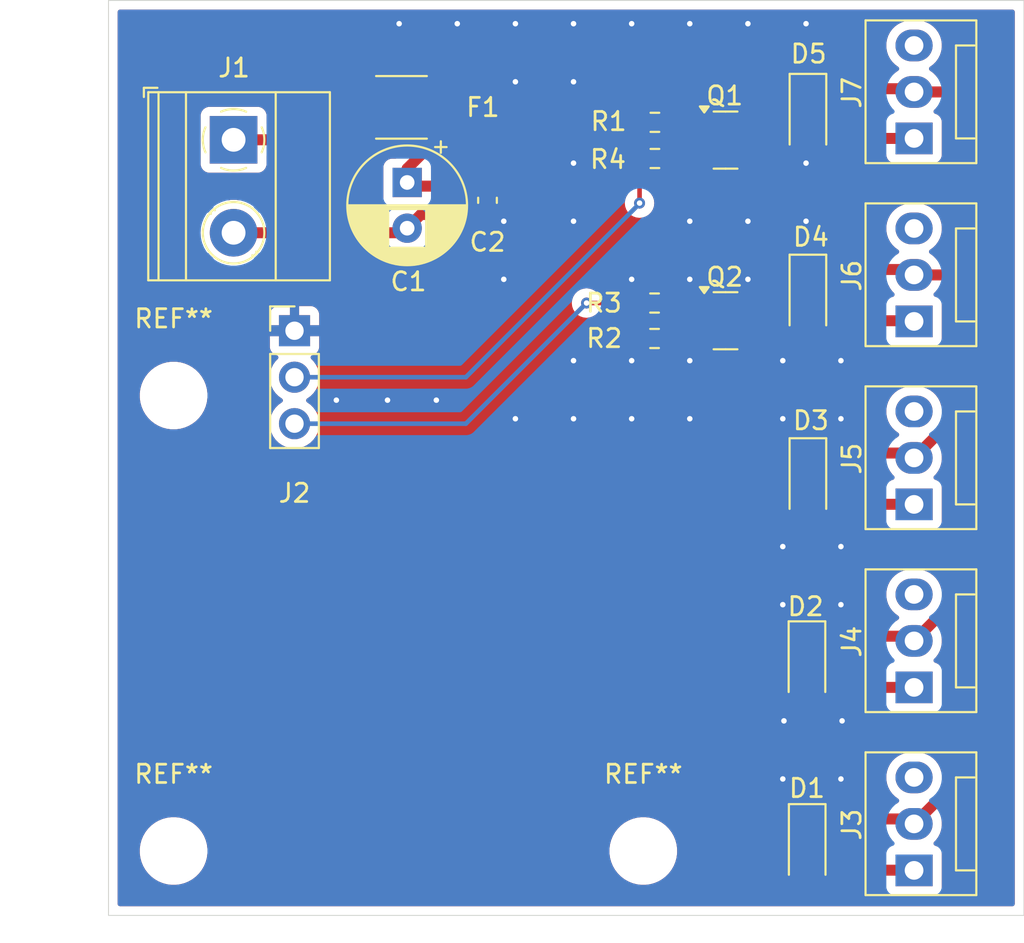
<source format=kicad_pcb>
(kicad_pcb
	(version 20240108)
	(generator "pcbnew")
	(generator_version "8.0")
	(general
		(thickness 1.6)
		(legacy_teardrops no)
	)
	(paper "A4")
	(layers
		(0 "F.Cu" signal)
		(31 "B.Cu" signal)
		(32 "B.Adhes" user "B.Adhesive")
		(33 "F.Adhes" user "F.Adhesive")
		(34 "B.Paste" user)
		(35 "F.Paste" user)
		(36 "B.SilkS" user "B.Silkscreen")
		(37 "F.SilkS" user "F.Silkscreen")
		(38 "B.Mask" user)
		(39 "F.Mask" user)
		(40 "Dwgs.User" user "User.Drawings")
		(41 "Cmts.User" user "User.Comments")
		(42 "Eco1.User" user "User.Eco1")
		(43 "Eco2.User" user "User.Eco2")
		(44 "Edge.Cuts" user)
		(45 "Margin" user)
		(46 "B.CrtYd" user "B.Courtyard")
		(47 "F.CrtYd" user "F.Courtyard")
		(48 "B.Fab" user)
		(49 "F.Fab" user)
		(50 "User.1" user)
		(51 "User.2" user)
		(52 "User.3" user)
		(53 "User.4" user)
		(54 "User.5" user)
		(55 "User.6" user)
		(56 "User.7" user)
		(57 "User.8" user)
		(58 "User.9" user)
	)
	(setup
		(pad_to_mask_clearance 0)
		(allow_soldermask_bridges_in_footprints no)
		(aux_axis_origin 150 50)
		(grid_origin 150 50)
		(pcbplotparams
			(layerselection 0x00010fc_ffffffff)
			(plot_on_all_layers_selection 0x0000000_00000000)
			(disableapertmacros no)
			(usegerberextensions yes)
			(usegerberattributes no)
			(usegerberadvancedattributes no)
			(creategerberjobfile no)
			(dashed_line_dash_ratio 12.000000)
			(dashed_line_gap_ratio 3.000000)
			(svgprecision 4)
			(plotframeref no)
			(viasonmask no)
			(mode 1)
			(useauxorigin no)
			(hpglpennumber 1)
			(hpglpenspeed 20)
			(hpglpendiameter 15.000000)
			(pdf_front_fp_property_popups yes)
			(pdf_back_fp_property_popups yes)
			(dxfpolygonmode yes)
			(dxfimperialunits yes)
			(dxfusepcbnewfont yes)
			(psnegative no)
			(psa4output no)
			(plotreference yes)
			(plotvalue no)
			(plotfptext yes)
			(plotinvisibletext no)
			(sketchpadsonfab no)
			(subtractmaskfromsilk yes)
			(outputformat 1)
			(mirror no)
			(drillshape 0)
			(scaleselection 1)
			(outputdirectory "/home/transcaffeine/git/transcaffeine/10-inch-rack-controller/fan-controller/gerber/")
		)
	)
	(net 0 "")
	(net 1 "FAN_GRP_1")
	(net 2 "GND")
	(net 3 "FAN_GRP_2")
	(net 4 "+12V")
	(net 5 "unconnected-(J3-Pin_3-Pad3)")
	(net 6 "unconnected-(J4-Pin_3-Pad3)")
	(net 7 "FAN_GRP_PWM_2")
	(net 8 "FAN_GRP_PWM_1")
	(net 9 "Net-(J1-Pin_1)")
	(net 10 "unconnected-(J5-Pin_3-Pad3)")
	(net 11 "unconnected-(J6-Pin_3-Pad3)")
	(net 12 "unconnected-(J7-Pin_3-Pad3)")
	(net 13 "Net-(Q1-G)")
	(net 14 "Net-(Q2-G)")
	(footprint "Resistor_SMD:R_0603_1608Metric" (layer "F.Cu") (at 179.845 56.66 180))
	(footprint "MountingHole:MountingHole_3.2mm_M3" (layer "F.Cu") (at 179.21 96.482))
	(footprint "Resistor_SMD:R_0603_1608Metric" (layer "F.Cu") (at 179.845 58.636))
	(footprint "TerminalBlock_Phoenix:TerminalBlock_Phoenix_MKDS-1,5-2-5.08_1x02_P5.08mm_Horizontal" (layer "F.Cu") (at 156.8324 57.615 -90))
	(footprint "Diode_SMD:D_SOD-123F" (layer "F.Cu") (at 188.2016 76.1336 -90))
	(footprint "Connector:FanPinHeader_1x03_P2.54mm_Vertical" (layer "F.Cu") (at 194 87.54 90))
	(footprint "Resistor_SMD:R_0603_1608Metric" (layer "F.Cu") (at 179.8262 68.4724 180))
	(footprint "Connector:FanPinHeader_1x03_P2.54mm_Vertical" (layer "F.Cu") (at 194 97.54 90))
	(footprint "Connector:FanPinHeader_1x03_P2.54mm_Vertical" (layer "F.Cu") (at 194 57.54 90))
	(footprint "Diode_SMD:D_SOD-123F" (layer "F.Cu") (at 188.1508 86.1412 -90))
	(footprint "Diode_SMD:D_SOD-123F" (layer "F.Cu") (at 188.204261 56.223 -90))
	(footprint "MountingHole:MountingHole_3.2mm_M3" (layer "F.Cu") (at 153.556 96.482))
	(footprint "Diode_SMD:D_SOD-123F" (layer "F.Cu") (at 188.2016 66.1036 -90))
	(footprint "Package_TO_SOT_SMD:SOT-23" (layer "F.Cu") (at 183.7022 67.5029))
	(footprint "Capacitor_SMD:C_0603_1608Metric" (layer "F.Cu") (at 170.701 60.922 -90))
	(footprint "Connector_PinHeader_2.54mm:PinHeader_1x03_P2.54mm_Vertical" (layer "F.Cu") (at 160.16 68.049))
	(footprint "Diode_SMD:D_SOD-123F" (layer "F.Cu") (at 188.1634 96.1294 -90))
	(footprint "Connector:FanPinHeader_1x03_P2.54mm_Vertical" (layer "F.Cu") (at 194 67.54 90))
	(footprint "MountingHole:MountingHole_3.2mm_M3" (layer "F.Cu") (at 153.556 71.59))
	(footprint "Package_TO_SOT_SMD:SOT-23" (layer "F.Cu") (at 183.7035 57.6313))
	(footprint "Fuse:Fuse_1812_4532Metric_Pad1.30x3.40mm_HandSolder" (layer "F.Cu") (at 166.002 55.842))
	(footprint "Connector:FanPinHeader_1x03_P2.54mm_Vertical" (layer "F.Cu") (at 194 77.54 90))
	(footprint "Capacitor_THT:CP_Radial_D6.3mm_P2.50mm" (layer "F.Cu") (at 166.313 59.946 -90))
	(footprint "Resistor_SMD:R_0603_1608Metric" (layer "F.Cu") (at 179.8262 66.5354))
	(gr_circle
		(center 156.7564 62.6746)
		(end 157.4422 61.8872)
		(stroke
			(width 0.2)
			(type default)
		)
		(fill none)
		(layer "F.Cu")
		(net 2)
		(uuid "77ceddb1-2af6-445f-a4d4-3bb33a799ca7")
	)
	(gr_rect
		(start 150 50)
		(end 200 100)
		(stroke
			(width 0.05)
			(type default)
		)
		(fill none)
		(layer "Edge.Cuts")
		(uuid "b101ec98-08b2-4d09-8cd2-f527f7bb6123")
	)
	(segment
		(start 188.2009 67.5029)
		(end 188.2016 67.5036)
		(width 0.6)
		(layer "F.Cu")
		(net 1)
		(uuid "1aa359de-e2e4-45b1-8292-a7309c3e8095")
	)
	(segment
		(start 184.6397 67.5029)
		(end 188.2009 67.5029)
		(width 0.6)
		(layer "F.Cu")
		(net 1)
		(uuid "1cb68272-aa98-4e1e-a091-9ad233e69138")
	)
	(segment
		(start 188.1634 97.5294)
		(end 193.9894 97.5294)
		(width 0.6)
		(layer "F.Cu")
		(net 1)
		(uuid "2c6bf4e0-826b-4973-8d5b-d4902e1249b2")
	)
	(segment
		(start 184.6397 75.3687)
		(end 186.8046 77.5336)
		(width 0.6)
		(layer "F.Cu")
		(net 1)
		(uuid "340c152f-2dfd-41ee-9bb7-637548bf46a9")
	)
	(segment
		(start 193.641 77.181)
		(end 194 77.54)
		(width 0.6)
		(layer "F.Cu")
		(net 1)
		(uuid "4c9ae962-0322-4cbe-9137-6f73539b109b")
	)
	(segment
		(start 193.9936 77.5336)
		(end 194 77.54)
		(width 0.6)
		(layer "F.Cu")
		(net 1)
		(uuid "516802db-cae6-4740-9bfd-4a19bc57c726")
	)
	(segment
		(start 186.8046 77.5336)
		(end 188.2016 77.5336)
		(width 0.6)
		(layer "F.Cu")
		(net 1)
		(uuid "75768f79-b5c2-4ef9-a8ef-f9cadacb4bb5")
	)
	(segment
		(start 184.6397 84.0301)
		(end 184.6397 75.3687)
		(width 0.6)
		(layer "F.Cu")
		(net 1)
		(uuid "7ca49ac2-3990-4fb8-afb3-fe3d5988fe35")
	)
	(segment
		(start 188.1508 87.5412)
		(end 184.6397 84.0301)
		(width 0.6)
		(layer "F.Cu")
		(net 1)
		(uuid "7fe09ab8-a5e6-4f9a-aa02-cea0fdd24b59")
	)
	(segment
		(start 193.928 87.468)
		(end 194 87.54)
		(width 0.6)
		(layer "F.Cu")
		(net 1)
		(uuid "863fa391-00a5-46fb-92fa-a1175bd20d9b")
	)
	(segment
		(start 184.6397 67.5029)
		(end 184.6397 75.3687)
		(width 0.6)
		(layer "F.Cu")
		(net 1)
		(uuid "8f8fe6db-a742-4508-a79b-e025889416d5")
	)
	(segment
		(start 184.6397 94.0057)
		(end 184.6397 84.0301)
		(width 0.6)
		(layer "F.Cu")
		(net 1)
		(uuid "9aad8ab0-0a7f-4774-b703-be8ceb8f46da")
	)
	(segment
		(start 188.1508 87.5412)
		(end 193.9988 87.5412)
		(width 0.6)
		(layer "F.Cu")
		(net 1)
		(uuid "b9902f86-c054-4fae-aa2a-6df5b0e3ae78")
	)
	(segment
		(start 188.2016 67.5036)
		(end 193.9636 67.5036)
		(width 0.6)
		(layer "F.Cu")
		(net 1)
		(uuid "bf5ceed6-d3e9-498c-89c7-a8cc753295cb")
	)
	(segment
		(start 193.658 97.882)
		(end 194 97.54)
		(width 0.6)
		(layer "F.Cu")
		(net 1)
		(uuid "c6e1e383-23e9-4c35-8df7-492ba6ce4f4f")
	)
	(segment
		(start 188.1478 87.5442)
		(end 188.1508 87.5412)
		(width 0.6)
		(layer "F.Cu")
		(net 1)
		(uuid "ca58bc15-0270-4cf8-b132-2df2bf61d163")
	)
	(segment
		(start 193.9894 97.5294)
		(end 194 97.54)
		(width 0.6)
		(layer "F.Cu")
		(net 1)
		(uuid "d9c00bf0-2007-4659-8b3d-b818841f1226")
	)
	(segment
		(start 188.2016 77.5336)
		(end 193.9936 77.5336)
		(width 0.6)
		(layer "F.Cu")
		(net 1)
		(uuid "e0146e12-6e97-4d39-8789-dcba85e1c229")
	)
	(segment
		(start 188.1634 97.5294)
		(end 184.6397 94.0057)
		(width 0.6)
		(layer "F.Cu")
		(net 1)
		(uuid "e45452f1-e852-491e-ba66-8327095649f8")
	)
	(segment
		(start 193.9636 67.5036)
		(end 194 67.54)
		(width 0.6)
		(layer "F.Cu")
		(net 1)
		(uuid "f6f44ad1-d346-481d-8dcf-7d6c63cbb977")
	)
	(segment
		(start 193.9988 87.5412)
		(end 194 87.54)
		(width 0.6)
		(layer "F.Cu")
		(net 1)
		(uuid "fb99b8fb-8181-40ad-bac0-539d9f2bda61")
	)
	(segment
		(start 182.766 58.5813)
		(end 182.766 59.652)
		(width 0.6)
		(layer "F.Cu")
		(net 2)
		(uuid "03b4706b-d5ab-4c2d-9705-653c592a7d70")
	)
	(segment
		(start 160.16 68.049)
		(end 162.827 68.049)
		(width 0.6)
		(layer "F.Cu")
		(net 2)
		(uuid "2a5ef107-cbcf-4c44-9c66-1f389ff7db2f")
	)
	(segment
		(start 170.701 61.697)
		(end 170.701 62.954)
		(width 0.6)
		(layer "F.Cu")
		(net 2)
		(uuid "587ab63c-44b8-469d-acef-c294647a6597")
	)
	(segment
		(start 170.701 61.697)
		(end 167.062 61.697)
		(width 0.6)
		(layer "F.Cu")
		(net 2)
		(uuid "5b027a7d-228e-4c69-b9c4-63dcd0d1d08f")
	)
	(segment
		(start 182.4982 68.6944)
		(end 182.7522 68.4404)
		(width 0.25)
		(layer "F.Cu")
		(net 2)
		(uuid "67f41888-a249-4e01-b2e3-d81c09f96c1e")
	)
	(segment
		(start 166.064 62.695)
		(end 166.313 62.446)
		(width 0.6)
		(layer "F.Cu")
		(net 2)
		(uuid "7e52986c-fb1c-49c5-b5c3-c410f8ee569b")
	)
	(segment
		(start 156.8324 62.695)
		(end 166.064 62.695)
		(width 0.6)
		(layer "F.Cu")
		(net 2)
		(uuid "8a06b2b8-7465-4f00-9a67-d96f8ac35fe5")
	)
	(segment
		(start 179.02 56.66)
		(end 177.62 56.66)
		(width 0.6)
		(layer "F.Cu")
		(net 2)
		(uuid "a941a10e-b6e5-4aef-9e35-c3d4b24b8c88")
	)
	(segment
		(start 182.7647 68.4529)
		(end 182.7647 69.5567)
		(width 0.6)
		(layer "F.Cu")
		(net 2)
		(uuid "b46f41b2-7b19-41e1-8db5-f95eb78c4e16")
	)
	(segment
		(start 167.062 61.697)
		(end 166.313 62.446)
		(width 0.6)
		(layer "F.Cu")
		(net 2)
		(uuid "e0a5536e-aee9-4235-94a0-b55c2877f8b5")
	)
	(segment
		(start 160.16 68.049)
		(end 157.239 68.049)
		(width 0.6)
		(layer "F.Cu")
		(net 2)
		(uuid "e82eae10-5e96-4837-8cb7-f069d66ee3fa")
	)
	(segment
		(start 182.7037 68.3919)
		(end 182.7522 68.4404)
		(width 0.25)
		(layer "F.Cu")
		(net 2)
		(uuid "f18562fd-16ab-4480-80a7-f19f2a74fc19")
	)
	(segment
		(start 170.701 61.697)
		(end 171.831 61.697)
		(width 0.6)
		(layer "F.Cu")
		(net 2)
		(uuid "f2198f78-215c-4033-b9a5-8ae3e684d944")
	)
	(segment
		(start 182.7647 69.5567)
		(end 182.766 69.558)
		(width 0.6)
		(layer "F.Cu")
		(net 2)
		(uuid "f9897ccb-985e-4c56-8c2e-190f3be18f56")
	)
	(segment
		(start 171.831 61.697)
		(end 171.844 61.684)
		(width 0.6)
		(layer "F.Cu")
		(net 2)
		(uuid "ff768596-c5b7-4c2e-b232-959b98e3adb3")
	)
	(via
		(at 178.575 69.685)
		(size 0.6)
		(drill 0.3)
		(layers "F.Cu" "B.Cu")
		(free yes)
		(net 2)
		(uuid "0191ed81-7add-4979-8922-b8b54fd3ca8a")
	)
	(via
		(at 165.875 51.27)
		(size 0.6)
		(drill 0.3)
		(layers "F.Cu" "B.Cu")
		(free yes)
		(net 2)
		(uuid "02d35591-57ae-4d4b-9050-fc0cf2e08ff1")
	)
	(via
		(at 178.575 72.86)
		(size 0.6)
		(drill 0.3)
		(layers "F.Cu" "B.Cu")
		(free yes)
		(net 2)
		(uuid "03846c35-449e-4fbc-ab7e-83e933b54134")
	)
	(via
		(at 190.005 69.685)
		(size 0.6)
		(drill 0.3)
		(layers "F.Cu" "B.Cu")
		(free yes)
		(net 2)
		(uuid "0885da50-2b74-4d9c-95b9-9fa09953e1a6")
	)
	(via
		(at 175.4 72.86)
		(size 0.6)
		(drill 0.3)
		(layers "F.Cu" "B.Cu")
		(free yes)
		(net 2)
		(uuid "14c4f45e-f5f6-4b17-adea-bc56174476e7")
	)
	(via
		(at 178.575 51.27)
		(size 0.6)
		(drill 0.3)
		(layers "F.Cu" "B.Cu")
		(free yes)
		(net 2)
		(uuid "158229cd-8ac6-417e-8360-8e442890a54e")
	)
	(via
		(at 186.83 79.845)
		(size 0.6)
		(drill 0.3)
		(layers "F.Cu" "B.Cu")
		(free yes)
		(net 2)
		(uuid "25c5ecac-ef88-47b4-aa38-c40079dc8946")
	)
	(via
		(at 186.83 83.02)
		(size 0.6)
		(drill 0.3)
		(layers "F.Cu" "B.Cu")
		(free yes)
		(net 2)
		(uuid "2ce91d48-51d7-496e-a8b9-b3e5ce567a04")
	)
	(via
		(at 184.925 65.24)
		(size 0.6)
		(drill 0.3)
		(layers "F.Cu" "B.Cu")
		(free yes)
		(net 2)
		(uuid "399c9f5d-0587-43e9-9dbe-a15ae041ae67")
	)
	(via
		(at 165.24 71.844)
		(size 0.6)
		(drill 0.3)
		(layers "F.Cu" "B.Cu")
		(free yes)
		(net 2)
		(uuid "3b5a1224-afa2-48c0-8b5c-a049925a17d6")
	)
	(via
		(at 172.225 54.445)
		(size 0.6)
		(drill 0.3)
		(layers "F.Cu" "B.Cu")
		(free yes)
		(net 2)
		(uuid "4895dea4-2660-42f0-a38a-56c4725d2681")
	)
	(via
		(at 190.005 79.845)
		(size 0.6)
		(drill 0.3)
		(layers "F.Cu" "B.Cu")
		(free yes)
		(net 2)
		(uuid "4988d8bc-63d8-435d-be06-314909d4ef7a")
	)
	(via
		(at 162.446 71.844)
		(size 0.6)
		(drill 0.3)
		(layers "F.Cu" "B.Cu")
		(free yes)
		(net 2)
		(uuid "4e369fe9-15b2-4e5b-a15d-978e11b33c77")
	)
	(via
		(at 190.005 92.545)
		(size 0.6)
		(drill 0.3)
		(layers "F.Cu" "B.Cu")
		(free yes)
		(net 2)
		(uuid "51e4d5ae-7b10-479a-9eb3-2e27f8745ef6")
	)
	(via
		(at 175.4 51.27)
		(size 0.6)
		(drill 0.3)
		(layers "F.Cu" "B.Cu")
		(free yes)
		(net 2)
		(uuid "5603f84d-0d6d-4f77-a8dd-57b4e072e6e5")
	)
	(via
		(at 167.907 71.844)
		(size 0.6)
		(drill 0.3)
		(layers "F.Cu" "B.Cu")
		(free yes)
		(net 2)
		(uuid "5e4cbda5-b375-47d8-b778-4e733c9b96b6")
	)
	(via
		(at 171.59 65.24)
		(size 0.6)
		(drill 0.3)
		(layers "F.Cu" "B.Cu")
		(free yes)
		(net 2)
		(uuid "61ce34d6-aef4-44d4-973c-a201dbf65fbe")
	)
	(via
		(at 181.75 65.24)
		(size 0.6)
		(drill 0.3)
		(layers "F.Cu" "B.Cu")
		(free yes)
		(net 2)
		(uuid "68732d7b-5e1e-4d0e-8e5e-25eb738b17f7")
	)
	(via
		(at 186.83 92.545)
		(size 0.6)
		(drill 0.3)
		(layers "F.Cu" "B.Cu")
		(free yes)
		(net 2)
		(uuid "7705e432-9c7f-4747-8f94-d906c5113f38")
	)
	(via
		(at 188.1 58.89)
		(size 0.6)
		(drill 0.3)
		(layers "F.Cu" "B.Cu")
		(free yes)
		(net 2)
		(uuid "7dbe1bac-8909-4cec-988c-10bc57ee3d7a")
	)
	(via
		(at 172.225 72.86)
		(size 0.6)
		(drill 0.3)
		(layers "F.Cu" "B.Cu")
		(free yes)
		(net 2)
		(uuid "81d8cbd5-78a9-407e-a4da-e4c5ddc32075")
	)
	(via
		(at 190.005 83.02)
		(size 0.6)
		(drill 0.3)
		(layers "F.Cu" "B.Cu")
		(free yes)
		(net 2)
		(uuid "8a723532-24cd-4234-b4da-6b3a70e69a28")
	)
	(via
		(at 181.75 62.065)
		(size 0.6)
		(drill 0.3)
		(layers "F.Cu" "B.Cu")
		(free yes)
		(net 2)
		(uuid "8c74bfce-748c-4352-84cf-63d1f571e302")
	)
	(via
		(at 188.1 62.065)
		(size 0.6)
		(drill 0.3)
		(layers "F.Cu" "B.Cu")
		(free yes)
		(net 2)
		(uuid "95c3900f-38e6-41c9-9fe3-447cd1730a03")
	)
	(via
		(at 184.925 62.065)
		(size 0.6)
		(drill 0.3)
		(layers "F.Cu" "B.Cu")
		(free yes)
		(net 2)
		(uuid "97e140d6-1786-4e6a-bdc9-6bbd06e38285")
	)
	(via
		(at 172.225 51.27)
		(size 0.6)
		(drill 0.3)
		(layers "F.Cu" "B.Cu")
		(free yes)
		(net 2)
		(uuid "a45ac628-98fc-4915-8466-ca29b68232ad")
	)
	(via
		(at 186.83 69.685)
		(size 0.6)
		(drill 0.3)
		(layers "F.Cu" "B.Cu")
		(free yes)
		(net 2)
		(uuid "a536f8dd-ea4d-4d0c-a812-6c5754aaa01f")
	)
	(via
		(at 184.925 51.27)
		(size 0.6)
		(drill 0.3)
		(layers "F.Cu" "B.Cu")
		(free yes)
		(net 2)
		(uuid "a6541a62-1168-41f4-9986-3b1e168a2127")
	)
	(via
		(at 181.75 69.685)
		(size 0.6)
		(drill 0.3)
		(layers "F.Cu" "B.Cu")
		(free yes)
		(net 2)
		(uuid "a6630af0-3ffe-4f37-a044-33cae3bc44c5")
	)
	(via
		(at 190.005 72.86)
		(size 0.6)
		(drill 0.3)
		(layers "F.Cu" "B.Cu")
		(free yes)
		(net 2)
		(uuid "bab4d4ca-5a51-47be-b9c7-7b6ccc66f53a")
	)
	(via
		(at 175.4 62.065)
		(size 0.6)
		(drill 0.3)
		(layers "F.Cu" "B.Cu")
		(free yes)
		(net 2)
		(uuid "be1287f6-df05-4021-ab89-7d6b50c4e592")
	)
	(via
		(at 169.05 51.27)
		(size 0.6)
		(drill 0.3)
		(layers "F.Cu" "B.Cu")
		(free yes)
		(net 2)
		(uuid "c627ceff-21f4-46df-9c77-22eeb90811b9")
	)
	(via
		(at 175.4 69.685)
		(size 0.6)
		(drill 0.3)
		(layers "F.Cu" "B.Cu")
		(free yes)
		(net 2)
		(uuid "c747bef1-b40e-4f12-a962-f5139e618e4b")
	)
	(via
		(at 186.8934 89.37)
		(size 0.6)
		(drill 0.3)
		(layers "F.Cu" "B.Cu")
		(free yes)
		(net 2)
		(uuid "c8a304fe-c4f4-4164-9011-1b4a88a0998f")
	)
	(via
		(at 188.1 51.27)
		(size 0.6)
		(drill 0.3)
		(layers "F.Cu" "B.Cu")
		(free yes)
		(net 2)
		(uuid "cccb2543-ad15-400f-b379-8289044b8bf1")
	)
	(via
		(at 186.83 72.86)
		(size 0.6)
		(drill 0.3)
		(layers "F.Cu" "B.Cu")
		(free yes)
		(net 2)
		(uuid "cf2ce68c-d9e4-4ae2-9953-ac7a1ccb7e94")
	)
	(via
		(at 178.575 65.24)
		(size 0.6)
		(drill 0.3)
		(layers "F.Cu" "B.Cu")
		(free yes)
		(net 2)
		(uuid "d079cb5a-afb6-4e0b-afd9-90c8ed83b0c1")
	)
	(via
		(at 190.0684 89.37)
		(size 0.6)
		(drill 0.3)
		(layers "F.Cu" "B.Cu")
		(free yes)
		(net 2)
		(uuid "d8d613d1-7c36-4372-80e8-f930c6a99504")
	)
	(via
		(at 181.75 72.86)
		(size 0.6)
		(drill 0.3)
		(layers "F.Cu" "B.Cu")
		(free yes)
		(net 2)
		(uuid "daef18ed-502a-46e4-9d1a-e4b3909efc00")
	)
	(via
		(at 175.4 58.89)
		(size 0.6)
		(drill 0.3)
		(layers "F.Cu" "B.Cu")
		(free yes)
		(net 2)
		(uuid "e303ddf8-5297-450e-a1bf-bd21b3d2453c")
	)
	(via
		(at 171.59 62.065)
		(size 0.6)
		(drill 0.3)
		(layers "F.Cu" "B.Cu")
		(free yes)
		(net 2)
		(uuid "f49e7cab-ce48-4187-b9a1-885ead15c210")
	)
	(via
		(at 181.75 51.27)
		(size 0.6)
		(drill 0.3)
		(layers "F.Cu" "B.Cu")
		(free yes)
		(net 2)
		(uuid "f87b8db3-8b88-4e54-9685-7f5f05361ba9")
	)
	(via
		(at 175.4 54.445)
		(size 0.6)
		(drill 0.3)
		(layers "F.Cu" "B.Cu")
		(free yes)
		(net 2)
		(uuid "fa183133-1255-4695-bac9-712c019733a5")
	)
	(segment
		(start 160.16 68.049)
		(end 157.112 68.049)
		(width 0.6)
		(layer "B.Cu")
		(net 2)
		(uuid "09c00f46-0f0d-4e4b-af3a-b513ab7bf477")
	)
	(segment
		(start 160.16 68.049)
		(end 162.954 68.049)
		(width 0.6)
		(layer "B.Cu")
		(net 2)
		(uuid "2d27e448-1235-4695-967a-461fefc89d75")
	)
	(segment
		(start 188.195961 57.6313)
		(end 188.204261 57.623)
		(width 0.6)
		(layer "F.Cu")
		(net 3)
		(uuid "22963576-e27c-45a4-a6da-ae462a5a97af")
	)
	(segment
		(start 188.287261 57.54)
		(end 188.204261 57.623)
		(width 0.6)
		(layer "F.Cu")
		(net 3)
		(uuid "38c2cc5e-7e48-4597-a2c0-700afd179659")
	)
	(segment
		(start 188.201261 57.62)
		(end 188.204261 57.623)
		(width 0.6)
		(layer "F.Cu")
		(net 3)
		(uuid "42c2f180-1d6c-4987-99e3-37748a7bb0c9")
	)
	(segment
		(start 194 57.54)
		(end 188.287261 57.54)
		(width 0.6)
		(layer "F.Cu")
		(net 3)
		(uuid "4caeddc8-3992-4724-aab9-5ee60aeb8c83")
	)
	(segment
		(start 184.641 57.6313)
		(end 188.195961 57.6313)
		(width 0.6)
		(layer "F.Cu")
		(net 3)
		(uuid "5a83e9b8-db6d-4eae-8795-881a0f87f4fc")
	)
	(segment
		(start 188.158761 57.6685)
		(end 188.204261 57.623)
		(width 0.2)
		(layer "F.Cu")
		(net 3)
		(uuid "dbe54617-8e7d-4478-a2fd-79209e1f2451")
	)
	(segment
		(start 166.313 59.1886)
		(end 168.227 57.2746)
		(width 0.6)
		(layer "F.Cu")
		(net 4)
		(uuid "09f9ddcd-e62e-40d2-bb54-ab1e5737d169")
	)
	(segment
		(start 193.823 54.823)
		(end 194 55)
		(width 0.6)
		(layer "F.Cu")
		(net 4)
		(uuid "0b583791-d166-4849-8977-8ea38a95ac28")
	)
	(segment
		(start 193.7294 94.7294)
		(end 194 95)
		(width 0.6)
		(layer "F.Cu")
		(net 4)
		(uuid "1e9ff98a-8992-4d25-9654-1a7e928c237c")
	)
	(segment
		(start 188.2016 64.7036)
		(end 193.7036 64.7036)
		(width 0.6)
		(layer "F.Cu")
		(net 4)
		(uuid "1ee612a8-9ea5-4839-9c7c-5b1c87ed13d3")
	)
	(segment
		(start 170.701 60.147)
		(end 171.222 60.147)
		(width 0.6)
		(layer "F.Cu")
		(net 4)
		(uuid "214e9b0e-00f5-4425-984b-9c38989dd69e")
	)
	(segment
		(start 194 55)
		(end 196.5036 55)
		(width 0.6)
		(layer "F.Cu")
		(net 4)
		(uuid "26c1e164-1baa-4611-8f83-68882adf665b")
	)
	(segment
		(start 198.3616 80.6384)
		(end 198.3616 70.6384)
		(width 0.6)
		(layer "F.Cu")
		(net 4)
		(uuid "29da711a-3e15-4a0e-b1a7-93a697cfde33")
	)
	(segment
		(start 196.5036 55)
		(end 198.3616 56.858)
		(width 0.6)
		(layer "F.Cu")
		(net 4)
		(uuid "2ad04187-6d17-4631-a6b6-38731aa7e3c5")
	)
	(segment
		(start 188.2016 74.7336)
		(end 193.7336 74.7336)
		(width 0.6)
		(layer "F.Cu")
		(net 4)
		(uuid "2f80c78f-cd45-43cb-999b-f83610ec5636")
	)
	(segment
		(start 193.918 95.082)
		(end 194 95)
		(width 0.6)
		(layer "F.Cu")
		(net 4)
		(uuid "35ee1f2b-2fd5-4304-a903-e716ee605174")
	)
	(segment
		(start 194 95)
		(end 198.3616 90.6384)
		(width 0.6)
		(layer "F.Cu")
		(net 4)
		(uuid "40df930f-35c3-4993-9e03-ea0392908876")
	)
	(segment
		(start 195.8584 65)
		(end 194 65)
		(width 0.6)
		(layer "F.Cu")
		(net 4)
		(uuid "44281807-c006-4e81-a996-bc4c4f3832aa")
	)
	(segment
		(start 166.514 60.147)
		(end 166.313 59.946)
		(width 0.6)
		(layer "F.Cu")
		(net 4)
		(uuid "506cb80d-bf57-45ef-9442-1f222cb8a362")
	)
	(segment
		(start 193.7412 84.7412)
		(end 194 85)
		(width 0.6)
		(layer "F.Cu")
		(net 4)
		(uuid "6a6cac08-4ffc-48a4-a5ec-e2e8397f3a7e")
	)
	(segment
		(start 193.7336 74.7336)
		(end 194 75)
		(width 0.6)
		(layer "F.Cu")
		(net 4)
		(uuid "71a43780-98ff-436b-91d1-f15e3f35d573")
	)
	(segment
		(start 170.701 60.147)
		(end 166.514 60.147)
		(width 0.6)
		(layer "F.Cu")
		(net 4)
		(uuid "71c13bed-7d3c-47b9-99c6-f21e0415e9c3")
	)
	(segment
		(start 194 85)
		(end 198.3616 80.6384)
		(width 0.6)
		(layer "F.Cu")
		(net 4)
		(uuid "7d012f40-68b8-4581-9ce0-7adb43ecb0c4")
	)
	(segment
		(start 194 75)
		(end 198.3616 70.6384)
		(width 0.6)
		(layer "F.Cu")
		(net 4)
		(uuid "7df12a8e-425c-4590-8450-c6511e34818f")
	)
	(segment
		(start 166.313 59.946)
		(end 166.313 59.1886)
		(width 0.6)
		(layer "F.Cu")
		(net 4)
		(uuid "7e0a8dbf-b357-44fc-89ba-a6725fb1c941")
	)
	(segment
		(start 188.204261 54.823)
		(end 193.823 54.823)
		(width 0.6)
		(layer "F.Cu")
		(net 4)
		(uuid "8c1f6391-89f3-4f91-85ac-dc3d062d1b30")
	)
	(segment
		(start 188.1634 94.7294)
		(end 193.7294 94.7294)
		(width 0.6)
		(layer "F.Cu")
		(net 4)
		(uuid "92d91c6e-4dc2-4faa-92a1-16b4f6a3e158")
	)
	(segment
		(start 171.222 60.147)
		(end 176.546 54.823)
		(width 0.6)
		(layer "F.Cu")
		(net 4)
		(uuid "95cea98d-1de4-4939-a369-49a44b4e9f99")
	)
	(segment
		(start 198.3616 62.4968)
		(end 195.8584 65)
		(width 0.6)
		(layer "F.Cu")
		(net 4)
		(uuid "a0458e3e-130c-409a-a399-f97c1ea9fe09")
	)
	(segment
		(start 198.3616 70.6384)
		(end 198.3616 62.4968)
		(width 0.6)
		(layer "F.Cu")
		(net 4)
		(uuid "aafc49ad-0ff5-421b-a198-c9f604ea557a")
	)
	(segment
		(start 188.1508 84.7412)
		(end 193.7412 84.7412)
		(width 0.6)
		(layer "F.Cu")
		(net 4)
		(uuid "b7647b3e-9f66-4b85-a419-98f39c2d3a28")
	)
	(segment
		(start 176.546 54.823)
		(end 188.204261 54.823)
		(width 0.6)
		(layer "F.Cu")
		(net 4)
		(uuid "bb39cf99-3566-43a2-b44a-1ca2c6abc9ef")
	)
	(segment
		(start 198.3616 90.6384)
		(end 198.3616 80.6384)
		(width 0.6)
		(layer "F.Cu")
		(net 4)
		(uuid "bec3270d-930f-4cf7-ac2d-b2627e3cabdd")
	)
	(segment
		(start 198.3616 56.858)
		(end 198.3616 62.4968)
		(width 0.6)
		(layer "F.Cu")
		(net 4)
		(uuid "d41dbeec-1e9b-4c8f-a9b6-633a37dff696")
	)
	(segment
		(start 168.227 57.2746)
		(end 168.227 55.842)
		(width 0.6)
		(layer "F.Cu")
		(net 4)
		(uuid "d9ddc7eb-4896-452e-a65f-fc645b6273f0")
	)
	(segment
		(start 193.7036 64.7036)
		(end 194 65)
		(width 0.6)
		(layer "F.Cu")
		(net 4)
		(uuid "f733415c-a19b-4149-9601-95c2310c9f78")
	)
	(segment
		(start 179.0012 66.5354)
		(end 176.1112 66.5354)
		(width 0.25)
		(layer "F.Cu")
		(net 7)
		(uuid "aa63789a-adba-4daa-8dbc-4cb282afbef2")
	)
	(via
		(at 176.1112 66.5354)
		(size 0.6)
		(drill 0.3)
		(layers "F.Cu" "B.Cu")
		(net 7)
		(uuid "a88f797c-8e86-4c4e-adc1-7d7ba176e79f")
	)
	(segment
		(start 169.5176 73.129)
		(end 176.1112 66.5354)
		(width 0.25)
		(layer "B.Cu")
		(net 7)
		(uuid "497b4a72-ef8a-4fac-89e1-0ba122c567ad")
	)
	(segment
		(start 160.16 73.129)
		(end 169.5176 73.129)
		(width 0.25)
		(layer "B.Cu")
		(net 7)
		(uuid "84a1cacc-9c79-4714-a69f-5fc84ecc8460")
	)
	(segment
		(start 179.0068 61.0744)
		(end 179.0068 58.6492)
		(width 0.25)
		(layer "F.Cu")
		(net 8)
		(uuid "5345693d-8de4-4900-b348-2523c06fd264")
	)
	(segment
		(start 179.0068 61.0998)
		(end 179.0068 61.0744)
		(width 0.25)
		(layer "F.Cu")
		(net 8)
		(uuid "803b6ec9-95e9-434c-a536-ed7afd6ce82d")
	)
	(segment
		(start 179.0068 58.6492)
		(end 179.02 58.636)
		(width 0.25)
		(layer "F.Cu")
		(net 8)
		(uuid "813912ad-bf90-4798-b78f-f2190a1d3056")
	)
	(via
		(at 179.0068 61.0744)
		(size 0.6)
		(drill 0.3)
		(layers "F.Cu" "B.Cu")
		(net 8)
		(uuid "a56bf6f3-4bc0-40c5-b074-acf69ba2ede8")
	)
	(segment
		(start 169.5176 70.589)
		(end 179.0068 61.0998)
		(width 0.25)
		(layer "B.Cu")
		(net 8)
		(uuid "8ca18234-7c7d-4385-a5b2-ac388f43277b")
	)
	(segment
		(start 160.16 70.589)
		(end 169.5176 70.589)
		(width 0.25)
		(layer "B.Cu")
		(net 8)
		(uuid "d36c7c73-beff-400f-ba3f-c1bade7e3b36")
	)
	(segment
		(start 156.8324 57.615)
		(end 162.004 57.615)
		(width 0.6)
		(layer "F.Cu")
		(net 9)
		(uuid "07ebc34b-41a0-493c-ac5a-0024a38861dd")
	)
	(segment
		(start 162.004 57.615)
		(end 163.777 55.842)
		(width 0.6)
		(layer "F.Cu")
		(net 9)
		(uuid "70d6b86f-8d0d-4abf-8a6a-4b84ce58e0b4")
	)
	(segment
		(start 182.7447 56.66)
		(end 182.766 56.6813)
		(width 0.25)
		(layer "F.Cu")
		(net 13)
		(uuid "56e0c897-4a61-427a-a528-530028b1ecc5")
	)
	(segment
		(start 180.67 56.66)
		(end 182.7447 56.66)
		(width 0.25)
		(layer "F.Cu")
		(net 13)
		(uuid "918f37a6-b616-49a9-b432-7a09f7fef650")
	)
	(segment
		(start 180.67 58.61)
		(end 180.67 56.66)
		(width 0.25)
		(layer "F.Cu")
		(net 13)
		(uuid "a9a4b20e-931b-40a2-a48f-57d569a96ad3")
	)
	(segment
		(start 182.7472 66.5354)
		(end 182.7647 66.5529)
		(width 0.25)
		(layer "F.Cu")
		(net 14)
		(uuid "0f041896-fe7c-41d4-b170-34e4a0604357")
	)
	(segment
		(start 180.6512 66.5354)
		(end 182.7472 66.5354)
		(width 0.25)
		(layer "F.Cu")
		(net 14)
		(uuid "32f3259a-4cc0-4b47-9072-642c077f7d7a")
	)
	(segment
		(start 180.6512 68.4724)
		(end 180.6512 66.5354)
		(width 0.25)
		(layer "F.Cu")
		(net 14)
		(uuid "a5754fcf-f028-46f0-992e-951a08d2f3ba")
	)
	(zone
		(net 0)
		(net_name "")
		(layer "F.Cu")
		(uuid "3d274d4f-1d76-4eac-8280-745fd0a101ed")
		(hatch edge 0.5)
		(connect_pads
			(clearance 0)
		)
		(min_thickness 0.25)
		(filled_areas_thickness no)
		(keepout
			(tracks allowed)
			(vias allowed)
			(pads allowed)
			(copperpour not_allowed)
			(footprints allowed)
		)
		(fill
			(thermal_gap 0.5)
			(thermal_bridge_width 0.5)
		)
		(polygon
			(pts
				(xy 188.1 96.2534) (xy 195.504 96.228) (xy 195.5168 99.022) (xy 188.0746 98.9712)
			)
		)
	)
	(zone
		(net 0)
		(net_name "")
		(layer "F.Cu")
		(uuid "3f4a0219-3592-4de2-9aab-2dfa60c4703f")
		(hatch edge 0.5)
		(connect_pads
			(clearance 0)
		)
		(min_thickness 0.25)
		(filled_areas_thickness no)
		(keepout
			(tracks allowed)
			(vias allowed)
			(pads allowed)
			(copperpour not_allowed)
			(footprints allowed)
		)
		(fill
			(thermal_gap 0.5)
			(thermal_bridge_width 0.5)
		)
		(polygon
			(pts
				(xy 187.8332 66.2306) (xy 195.504 66.2052) (xy 195.504 68.8722) (xy 187.8332 68.8976)
			)
		)
	)
	(zone
		(net 0)
		(net_name "")
		(layer "F.Cu")
		(uuid "4af8540d-1cca-4fa6-9a5b-f778a7b78018")
		(hatch edge 0.5)
		(connect_pads
			(clearance 0)
		)
		(min_thickness 0.25)
		(filled_areas_thickness no)
		(keepout
			(tracks allowed)
			(vias allowed)
			(pads allowed)
			(copperpour not_allowed)
			(footprints allowed)
		)
		(fill
			(thermal_gap 0.5)
			(thermal_bridge_width 0.5)
		)
		(polygon
			(pts
				(xy 188.138 76.289) (xy 195.504 76.289) (xy 195.504 78.956) (xy 188.138 78.956)
			)
		)
	)
	(zone
		(net 0)
		(net_name "")
		(layer "F.Cu")
		(uuid "60e63350-0416-43ef-9428-3b7260909ebd")
		(hatch edge 0.5)
		(connect_pads
			(clearance 0)
		)
		(min_thickness 0.25)
		(filled_areas_thickness no)
		(keepout
			(tracks allowed)
			(vias allowed)
			(pads allowed)
			(copperpour not_allowed)
			(footprints allowed)
		)
		(fill
			(thermal_gap 0.5)
			(thermal_bridge_width 0.5)
		)
		(polygon
			(pts
				(xy 170.701 60.922) (xy 155.0292 60.922) (xy 155.0292 64.5288) (xy 158.6868 64.5288) (xy 158.6868 63.8684)
				(xy 163.97 63.8684) (xy 165.0876 64.732) (xy 167.9832 64.732) (xy 169.7612 62.3952) (xy 170.7264 62.3952)
			)
		)
	)
	(zone
		(net 0)
		(net_name "")
		(layer "F.Cu")
		(uuid "67c95fac-a347-4952-b65b-18dc3b87afad")
		(hatch edge 0.5)
		(connect_pads
			(clearance 0)
		)
		(min_thickness 0.25)
		(filled_areas_thickness no)
		(keepout
			(tracks allowed)
			(vias allowed)
			(pads allowed)
			(copperpour not_allowed)
			(footprints allowed)
		)
		(fill
			(thermal_gap 0.5)
			(thermal_bridge_width 0.5)
		)
		(polygon
			(pts
				(xy 188.1634 86.2712) (xy 195.5294 86.2712) (xy 195.5294 88.9382) (xy 188.1634 88.9382)
			)
		)
	)
	(zone
		(net 2)
		(net_name "GND")
		(layers "F&B.Cu")
		(uuid "65ab534c-6b14-4c4f-9250-ca5dfbc4f4be")
		(hatch edge 0.5)
		(connect_pads
			(clearance 0.5)
		)
		(min_thickness 0.25)
		(filled_areas_thickness no)
		(fill yes
			(thermal_gap 0.5)
			(thermal_bridge_width 0.5)
		)
		(polygon
			(pts
				(xy 150.284 50.5) (xy 199.5 50.5) (xy 199.5 99.5) (xy 150.284 99.5)
			)
		)
		(filled_polygon
			(layer "F.Cu")
			(pts
				(xy 197.480434 82.754157) (xy 197.536367 82.796029) (xy 197.560784 82.861493) (xy 197.5611 82.870339)
				(xy 197.5611 90.255459) (xy 197.541415 90.322498) (xy 197.524781 90.34314) (xy 195.685238 92.182682)
				(xy 195.623915 92.216167) (xy 195.554223 92.211183) (xy 195.49829 92.169311) (xy 195.479626 92.133319)
				(xy 195.415459 91.935832) (xy 195.415458 91.935829) (xy 195.317879 91.744321) (xy 195.191545 91.570437)
				(xy 195.039563 91.418455) (xy 194.865678 91.29212) (xy 194.67417 91.194541) (xy 194.674167 91.19454)
				(xy 194.469757 91.128124) (xy 194.328229 91.105708) (xy 194.257467 91.0945) (xy 193.742533 91.0945)
				(xy 193.67177 91.105708) (xy 193.530243 91.128124) (xy 193.53024 91.128124) (xy 193.325832 91.19454)
				(xy 193.325829 91.194541) (xy 193.134321 91.29212) (xy 193.035114 91.364198) (xy 192.960437 91.418455)
				(xy 192.960435 91.418457) (xy 192.960434 91.418457) (xy 192.808457 91.570434) (xy 192.808457 91.570435)
				(xy 192.808455 91.570437) (xy 192.754198 91.645114) (xy 192.68212 91.744321) (xy 192.584541 91.935829)
				(xy 192.58454 91.935832) (xy 192.518124 92.14024) (xy 192.518124 92.140243) (xy 192.4845 92.352534)
				(xy 192.4845 92.567465) (xy 192.518124 92.779756) (xy 192.518124 92.779759) (xy 192.58454 92.984167)
				(xy 192.584541 92.98417) (xy 192.68212 93.175678) (xy 192.808455 93.349563) (xy 192.960437 93.501545)
				(xy 193.106181 93.607434) (xy 193.136802 93.629682) (xy 193.179467 93.685012) (xy 193.185446 93.754626)
				(xy 193.15284 93.816421) (xy 193.136802 93.830318) (xy 193.134322 93.83212) (xy 193.03371 93.905218)
				(xy 192.967906 93.928698) (xy 192.960826 93.9289) (xy 189.07563 93.9289) (xy 189.008591 93.909215)
				(xy 188.987949 93.892581) (xy 188.932057 93.836689) (xy 188.932056 93.836688) (xy 188.782734 93.744586)
				(xy 188.616197 93.689401) (xy 188.616195 93.6894) (xy 188.51341 93.6789) (xy 187.813398 93.6789)
				(xy 187.81338 93.678901) (xy 187.710603 93.6894) (xy 187.7106 93.689401) (xy 187.544068 93.744585)
				(xy 187.544063 93.744587) (xy 187.394742 93.836689) (xy 187.270689 93.960742) (xy 187.178587 94.110063)
				(xy 187.178586 94.110066) (xy 187.123401 94.276603) (xy 187.123401 94.276604) (xy 187.1234 94.276604)
				(xy 187.1129 94.379383) (xy 187.1129 95.047461) (xy 187.093215 95.1145) (xy 187.040411 95.160255)
				(xy 186.971253 95.170199) (xy 186.907697 95.141174) (xy 186.901219 95.135142) (xy 186.706144 94.940067)
				(xy 185.476519 93.710441) (xy 185.443034 93.649118) (xy 185.4402 93.62276) (xy 185.4402 86.26204)
				(xy 185.459885 86.195001) (xy 185.512689 86.149246) (xy 185.581847 86.139302) (xy 185.645403 86.168327)
				(xy 185.651881 86.174359) (xy 187.063981 87.586459) (xy 187.097466 87.647782) (xy 187.1003 87.674139)
				(xy 187.1003 87.8912) (xy 187.100301 87.891219) (xy 187.1108 87.993996) (xy 187.110801 87.993999)
				(xy 187.165985 88.160531) (xy 187.165986 88.160534) (xy 187.258088 88.309856) (xy 187.382144 88.433912)
				(xy 187.531466 88.526014) (xy 187.698003 88.581199) (xy 187.800791 88.5917) (xy 188.0394 88.591699)
				(xy 188.106439 88.611383) (xy 188.152194 88.664187) (xy 188.1634 88.715699) (xy 188.1634 88.9382)
				(xy 195.5294 88.9382) (xy 195.5294 86.2712) (xy 195.352031 86.2712) (xy 195.284992 86.251515) (xy 195.277721 86.246467)
				(xy 195.257334 86.231206) (xy 195.257328 86.231202) (xy 195.141366 86.187952) (xy 195.085433 86.146081)
				(xy 195.061015 86.080617) (xy 195.075866 86.012344) (xy 195.097012 85.984095) (xy 195.191545 85.889563)
				(xy 195.31788 85.715678) (xy 195.415458 85.52417) (xy 195.481876 85.319755) (xy 195.5155 85.107467)
				(xy 195.5155 84.892533) (xy 195.487652 84.716711) (xy 195.496606 84.647418) (xy 195.522441 84.609635)
				(xy 197.34942 82.782656) (xy 197.410742 82.749173)
			)
		)
		(filled_polygon
			(layer "F.Cu")
			(pts
				(xy 197.480434 72.754157) (xy 197.536367 72.796029) (xy 197.560784 72.861493) (xy 197.5611 72.870339)
				(xy 197.5611 80.255459) (xy 197.541415 80.322498) (xy 197.524781 80.34314) (xy 195.685238 82.182682)
				(xy 195.623915 82.216167) (xy 195.554223 82.211183) (xy 195.49829 82.169311) (xy 195.479626 82.133319)
				(xy 195.415459 81.935832) (xy 195.415458 81.935829) (xy 195.317879 81.744321) (xy 195.191545 81.570437)
				(xy 195.039563 81.418455) (xy 194.865678 81.29212) (xy 194.67417 81.194541) (xy 194.674167 81.19454)
				(xy 194.469757 81.128124) (xy 194.328229 81.105708) (xy 194.257467 81.0945) (xy 193.742533 81.0945)
				(xy 193.67177 81.105708) (xy 193.530243 81.128124) (xy 193.53024 81.128124) (xy 193.325832 81.19454)
				(xy 193.325829 81.194541) (xy 193.134321 81.29212) (xy 193.035114 81.364198) (xy 192.960437 81.418455)
				(xy 192.960435 81.418457) (xy 192.960434 81.418457) (xy 192.808457 81.570434) (xy 192.808457 81.570435)
				(xy 192.808455 81.570437) (xy 192.754198 81.645114) (xy 192.68212 81.744321) (xy 192.584541 81.935829)
				(xy 192.58454 81.935832) (xy 192.518124 82.14024) (xy 192.518124 82.140243) (xy 192.4845 82.352534)
				(xy 192.4845 82.567465) (xy 192.518124 82.779756) (xy 192.518124 82.779759) (xy 192.58454 82.984167)
				(xy 192.584541 82.98417) (xy 192.68212 83.175678) (xy 192.808455 83.349563) (xy 192.960437 83.501545)
				(xy 192.96044 83.501547) (xy 193.136801 83.629681) (xy 193.179467 83.685011) (xy 193.185446 83.754624)
				(xy 193.15284 83.816419) (xy 193.136802 83.830317) (xy 193.01747 83.917018) (xy 192.951664 83.940498)
				(xy 192.944584 83.9407) (xy 189.06303 83.9407) (xy 188.995991 83.921015) (xy 188.975349 83.904381)
				(xy 188.919457 83.848489) (xy 188.919456 83.848488) (xy 188.770134 83.756386) (xy 188.603597 83.701201)
				(xy 188.603595 83.7012) (xy 188.50081 83.6907) (xy 187.800798 83.6907) (xy 187.80078 83.690701)
				(xy 187.698003 83.7012) (xy 187.698 83.701201) (xy 187.531468 83.756385) (xy 187.531463 83.756387)
				(xy 187.382142 83.848489) (xy 187.258089 83.972542) (xy 187.165987 84.121863) (xy 187.165986 84.121866)
				(xy 187.110801 84.288403) (xy 187.110801 84.288404) (xy 187.1108 84.288404) (xy 187.1003 84.391183)
				(xy 187.1003 85.05926) (xy 187.080615 85.126299) (xy 187.027811 85.172054) (xy 186.958653 85.181998)
				(xy 186.895097 85.152973) (xy 186.888619 85.146941) (xy 185.476519 83.734841) (xy 185.443034 83.673518)
				(xy 185.4402 83.64716) (xy 185.4402 77.60064) (xy 185.459885 77.533601) (xy 185.512689 77.487846)
				(xy 185.581847 77.477902) (xy 185.645403 77.506927) (xy 185.651881 77.512959) (xy 186.182811 78.043889)
				(xy 186.294311 78.155389) (xy 186.294312 78.15539) (xy 186.425414 78.24299) (xy 186.425427 78.242997)
				(xy 186.571098 78.303335) (xy 186.571103 78.303337) (xy 186.725753 78.334099) (xy 186.725756 78.3341)
				(xy 186.725758 78.3341) (xy 187.28937 78.3341) (xy 187.356409 78.353785) (xy 187.377051 78.370419)
				(xy 187.432944 78.426312) (xy 187.582266 78.518414) (xy 187.748803 78.573599) (xy 187.851591 78.5841)
				(xy 188.014 78.584099) (xy 188.081039 78.603783) (xy 188.126794 78.656587) (xy 188.138 78.708099)
				(xy 188.138 78.956) (xy 195.504 78.956) (xy 195.504 78.548478) (xy 195.507324 78.519961) (xy 195.509091 78.512481)
				(xy 195.5155 78.452873) (xy 195.515499 76.627128) (xy 195.509091 76.567517) (xy 195.50909 76.567513)
				(xy 195.507324 76.560037) (xy 195.504 76.53152) (xy 195.504 76.289) (xy 195.375807 76.289) (xy 195.308768 76.269315)
				(xy 195.301506 76.264274) (xy 195.257331 76.231204) (xy 195.257328 76.231202) (xy 195.141366 76.187952)
				(xy 195.085433 76.146081) (xy 195.061015 76.080617) (xy 195.075866 76.012344) (xy 195.097012 75.984095)
				(xy 195.191545 75.889563) (xy 195.31788 75.715678) (xy 195.415458 75.52417) (xy 195.481876 75.319755)
				(xy 195.5155 75.107467) (xy 195.5155 74.892533) (xy 195.487652 74.716711) (xy 195.496606 74.647418)
				(xy 195.522441 74.609635) (xy 197.34942 72.782656) (xy 197.410742 72.749173)
			)
		)
		(filled_polygon
			(layer "F.Cu")
			(pts
				(xy 197.480433 64.612558) (xy 197.536367 64.65443) (xy 197.560784 64.719894) (xy 197.5611 64.72874)
				(xy 197.5611 70.255459) (xy 197.541415 70.322498) (xy 197.524781 70.34314) (xy 195.685238 72.182682)
				(xy 195.623915 72.216167) (xy 195.554223 72.211183) (xy 195.49829 72.169311) (xy 195.479626 72.133319)
				(xy 195.415459 71.935832) (xy 195.415458 71.935829) (xy 195.364847 71.8365) (xy 195.31788 71.744322)
				(xy 195.191545 71.570437) (xy 195.039563 71.418455) (xy 194.865678 71.29212) (xy 194.67417 71.194541)
				(xy 194.674167 71.19454) (xy 194.469757 71.128124) (xy 194.328229 71.105708) (xy 194.257467 71.0945)
				(xy 193.742533 71.0945) (xy 193.67177 71.105708) (xy 193.530243 71.128124) (xy 193.53024 71.128124)
				(xy 193.325832 71.19454) (xy 193.325829 71.194541) (xy 193.134321 71.29212) (xy 193.035114 71.364198)
				(xy 192.960437 71.418455) (xy 192.960435 71.418457) (xy 192.960434 71.418457) (xy 192.808457 71.570434)
				(xy 192.808457 71.570435) (xy 192.808455 71.570437) (xy 192.767001 71.627493) (xy 192.68212 71.744321)
				(xy 192.584541 71.935829) (xy 192.58454 71.935832) (xy 192.518124 72.14024) (xy 192.518124 72.140243)
				(xy 192.518124 72.140245) (xy 192.4845 72.352533) (xy 192.4845 72.567467) (xy 192.500003 72.665344)
				(xy 192.518124 72.779756) (xy 192.518124 72.779759) (xy 192.58454 72.984167) (xy 192.584541 72.98417)
				(xy 192.658336 73.128999) (xy 192.68212 73.175678) (xy 192.808455 73.349563) (xy 192.960437 73.501545)
				(xy 193.106181 73.607434) (xy 193.136802 73.629682) (xy 193.179467 73.685012) (xy 193.185446 73.754626)
				(xy 193.15284 73.816421) (xy 193.136802 73.830318) (xy 193.103112 73.854795) (xy 193.027929 73.909418)
				(xy 192.962124 73.932898) (xy 192.955045 73.9331) (xy 189.11383 73.9331) (xy 189.046791 73.913415)
				(xy 189.026149 73.896781) (xy 188.970257 73.840889) (xy 188.970256 73.840888) (xy 188.877488 73.783669)
				(xy 188.820936 73.748787) (xy 188.820931 73.748785) (xy 188.819462 73.748298) (xy 188.654397 73.693601)
				(xy 188.654395 73.6936) (xy 188.55161 73.6831) (xy 187.851598 73.6831) (xy 187.85158 73.683101)
				(xy 187.748803 73.6936) (xy 187.7488 73.693601) (xy 187.582268 73.748785) (xy 187.582263 73.748787)
				(xy 187.432942 73.840889) (xy 187.308889 73.964942) (xy 187.216787 74.114263) (xy 187.216785 74.114268)
				(xy 187.199147 74.167498) (xy 187.161601 74.280803) (xy 187.161601 74.280804) (xy 187.1616 74.280804)
				(xy 187.1511 74.383583) (xy 187.1511 75.083601) (xy 187.151101 75.083619) (xy 187.1616 75.186396)
				(xy 187.161601 75.186399) (xy 187.205792 75.319756) (xy 187.216786 75.352934) (xy 187.308888 75.502256)
				(xy 187.432944 75.626312) (xy 187.582266 75.718414) (xy 187.748803 75.773599) (xy 187.851591 75.7841)
				(xy 188.551608 75.784099) (xy 188.551616 75.784098) (xy 188.551619 75.784098) (xy 188.607902 75.778348)
				(xy 188.654397 75.773599) (xy 188.820934 75.718414) (xy 188.970256 75.626312) (xy 189.026149 75.570419)
				(xy 189.087472 75.536934) (xy 189.11383 75.5341) (xy 192.513614 75.5341) (xy 192.580653 75.553785)
				(xy 192.624099 75.601805) (xy 192.68212 75.715678) (xy 192.808455 75.889563) (xy 192.808457 75.889565)
				(xy 192.902981 75.984089) (xy 192.936466 76.045412) (xy 192.931482 76.115104) (xy 192.88961 76.171037)
				(xy 192.858633 76.187952) (xy 192.742671 76.231202) (xy 192.742668 76.231204) (xy 192.718804 76.249068)
				(xy 192.698503 76.264266) (xy 192.633041 76.288684) (xy 192.624193 76.289) (xy 188.138 76.289) (xy 188.138 76.3591)
				(xy 188.118315 76.426139) (xy 188.065511 76.471894) (xy 188.014001 76.4831) (xy 187.851599 76.4831)
				(xy 187.85158 76.483101) (xy 187.748803 76.4936) (xy 187.7488 76.493601) (xy 187.582268 76.548785)
				(xy 187.582263 76.548787) (xy 187.432942 76.640889) (xy 187.377051 76.696781) (xy 187.315728 76.730266)
				(xy 187.28937 76.7331) (xy 187.18754 76.7331) (xy 187.120501 76.713415) (xy 187.099859 76.696781)
				(xy 185.476519 75.073441) (xy 185.443034 75.012118) (xy 185.4402 74.98576) (xy 185.4402 68.4274)
				(xy 185.459885 68.360361) (xy 185.512689 68.314606) (xy 185.5642 68.3034) (xy 187.28867 68.3034)
				(xy 187.355709 68.323085) (xy 187.376351 68.339719) (xy 187.432944 68.396312) (xy 187.582266 68.488414)
				(xy 187.748205 68.5434) (xy 187.805649 68.583173) (xy 187.832472 68.647688) (xy 187.8332 68.661106)
				(xy 187.8332 68.8976) (xy 192.806583 68.881131) (xy 192.850325 68.888949) (xy 192.877516 68.899091)
				(xy 192.884444 68.899835) (xy 192.937127 68.9055) (xy 195.062872 68.905499) (xy 195.122483 68.899091)
				(xy 195.17105 68.880975) (xy 195.213966 68.873159) (xy 195.504 68.8722) (xy 195.504 68.548478) (xy 195.507324 68.519961)
				(xy 195.509091 68.512481) (xy 195.5155 68.452873) (xy 195.515499 66.627128) (xy 195.509091 66.567517)
				(xy 195.50909 66.567513) (xy 195.507324 66.560037) (xy 195.504 66.53152) (xy 195.504 66.205199)
				(xy 195.503999 66.205199) (xy 195.212979 66.206163) (xy 195.169237 66.198347) (xy 195.169187 66.198328)
				(xy 195.141366 66.187952) (xy 195.085433 66.146082) (xy 195.061015 66.080618) (xy 195.075866 66.012345)
				(xy 195.097012 65.984095) (xy 195.191545 65.889563) (xy 195.219117 65.851613) (xy 195.274446 65.808949)
				(xy 195.319434 65.8005) (xy 195.937244 65.8005) (xy 195.937245 65.800499) (xy 196.091897 65.769737)
				(xy 196.237579 65.709394) (xy 196.368689 65.621789) (xy 197.349419 64.641059) (xy 197.410742 64.607574)
			)
		)
		(filled_polygon
			(layer "F.Cu")
			(pts
				(xy 199.442539 50.520185) (xy 199.488294 50.572989) (xy 199.4995 50.6245) (xy 199.4995 99.3755)
				(xy 199.479815 99.442539) (xy 199.427011 99.488294) (xy 199.3755 99.4995) (xy 150.6245 99.4995)
				(xy 150.557461 99.479815) (xy 150.511706 99.427011) (xy 150.5005 99.3755) (xy 150.5005 96.360711)
				(xy 151.7055 96.360711) (xy 151.7055 96.603288) (xy 151.737161 96.843785) (xy 151.799947 97.078104)
				(xy 151.892773 97.302205) (xy 151.892776 97.302212) (xy 152.014064 97.512289) (xy 152.014066 97.512292)
				(xy 152.014067 97.512293) (xy 152.161733 97.704736) (xy 152.161739 97.704743) (xy 152.333255 97.876259)
				(xy 152.333263 97.876266) (xy 152.337358 97.879408) (xy 152.525711 98.023936) (xy 152.735788 98.145224)
				(xy 152.9599 98.238054) (xy 153.194211 98.300838) (xy 153.374586 98.324584) (xy 153.434711 98.3325)
				(xy 153.434712 98.3325) (xy 153.677289 98.3325) (xy 153.725388 98.326167) (xy 153.917789 98.300838)
				(xy 154.1521 98.238054) (xy 154.376212 98.145224) (xy 154.586289 98.023936) (xy 154.778738 97.876265)
				(xy 154.77874 97.876262) (xy 154.778745 97.876259) (xy 154.95026 97.704743) (xy 154.950265 97.704738)
				(xy 155.097936 97.512289) (xy 155.219224 97.302212) (xy 155.312054 97.0781) (xy 155.374838 96.843789)
				(xy 155.4065 96.603288) (xy 155.4065 96.360712) (xy 155.4065 96.360711) (xy 177.3595 96.360711)
				(xy 177.3595 96.603288) (xy 177.391161 96.843785) (xy 177.453947 97.078104) (xy 177.546773 97.302205)
				(xy 177.546776 97.302212) (xy 177.668064 97.512289) (xy 177.668066 97.512292) (xy 177.668067 97.512293)
				(xy 177.815733 97.704736) (xy 177.815739 97.704743) (xy 177.987255 97.876259) (xy 177.987263 97.876266)
				(xy 177.991358 97.879408) (xy 178.179711 98.023936) (xy 178.389788 98.145224) (xy 178.6139 98.238054)
				(xy 178.848211 98.300838) (xy 179.028586 98.324584) (xy 179.088711 98.3325) (xy 179.088712 98.3325)
				(xy 179.331289 98.3325) (xy 179.379388 98.326167) (xy 179.571789 98.300838) (xy 179.8061 98.238054)
				(xy 180.030212 98.145224) (xy 180.240289 98.023936) (xy 180.432738 97.876265) (xy 180.43274 97.876262)
				(xy 180.432745 97.876259) (xy 180.60426 97.704743) (xy 180.604265 97.704738) (xy 180.751936 97.512289)
				(xy 180.873224 97.302212) (xy 180.966054 97.0781) (xy 181.028838 96.843789) (xy 181.0605 96.603288)
				(xy 181.0605 96.360712) (xy 181.028838 96.120211) (xy 180.966054 95.8859) (xy 180.873224 95.661788)
				(xy 180.751936 95.451711) (xy 180.604265 95.259262) (xy 180.60426 95.259256) (xy 180.432743 95.087739)
				(xy 180.432736 95.087733) (xy 180.240293 94.940067) (xy 180.240292 94.940066) (xy 180.240289 94.940064)
				(xy 180.030212 94.818776) (xy 180.030205 94.818773) (xy 179.806104 94.725947) (xy 179.571785 94.663161)
				(xy 179.331289 94.6315) (xy 179.331288 94.6315) (xy 179.088712 94.6315) (xy 179.088711 94.6315)
				(xy 178.848214 94.663161) (xy 178.613895 94.725947) (xy 178.389794 94.818773) (xy 178.389785 94.818777)
				(xy 178.179706 94.940067) (xy 177.987263 95.087733) (xy 177.987256 95.087739) (xy 177.815739 95.259256)
				(xy 177.815733 95.259263) (xy 177.668067 95.451706) (xy 177.546777 95.661785) (xy 177.546773 95.661794)
				(xy 177.453947 95.885895) (xy 177.391161 96.120214) (xy 177.3595 96.360711) (xy 155.4065 96.360711)
				(xy 155.374838 96.120211) (xy 155.312054 95.8859) (xy 155.219224 95.661788) (xy 155.097936 95.451711)
				(xy 154.950265 95.259262) (xy 154.95026 95.259256) (xy 154.778743 95.087739) (xy 154.778736 95.087733)
				(xy 154.586293 94.940067) (xy 154.586292 94.940066) (xy 154.586289 94.940064) (xy 154.376212 94.818776)
				(xy 154.376205 94.818773) (xy 154.152104 94.725947) (xy 153.917785 94.663161) (xy 153.677289 94.6315)
				(xy 153.677288 94.6315) (xy 153.434712 94.6315) (xy 153.434711 94.6315) (xy 153.194214 94.663161)
				(xy 152.959895 94.725947) (xy 152.735794 94.818773) (xy 152.735785 94.818777) (xy 152.525706 94.940067)
				(xy 152.333263 95.087733) (xy 152.333256 95.087739) (xy 152.161739 95.259256) (xy 152.161733 95.259263)
				(xy 152.014067 95.451706) (xy 151.892777 95.661785) (xy 151.892773 95.661794) (xy 151.799947 95.885895)
				(xy 151.737161 96.120214) (xy 151.7055 96.360711) (xy 150.5005 96.360711) (xy 150.5005 71.468711)
				(xy 151.7055 71.468711) (xy 151.7055 71.711288) (xy 151.737161 71.951785) (xy 151.799947 72.186104)
				(xy 151.868885 72.352534) (xy 151.892776 72.410212) (xy 152.014064 72.620289) (xy 152.014066 72.620292)
				(xy 152.014067 72.620293) (xy 152.161733 72.812736) (xy 152.161739 72.812743) (xy 152.333256 72.98426)
				(xy 152.333262 72.984265) (xy 152.525711 73.131936) (xy 152.735788 73.253224) (xy 152.9599 73.346054)
				(xy 153.194211 73.408838) (xy 153.374586 73.432584) (xy 153.434711 73.4405) (xy 153.434712 73.4405)
				(xy 153.677289 73.4405) (xy 153.725388 73.434167) (xy 153.917789 73.408838) (xy 154.1521 73.346054)
				(xy 154.376212 73.253224) (xy 154.586289 73.131936) (xy 154.778738 72.984265) (xy 154.950265 72.812738)
				(xy 155.097936 72.620289) (xy 155.219224 72.410212) (xy 155.312054 72.1861) (xy 155.374838 71.951789)
				(xy 155.4065 71.711288) (xy 155.4065 71.468712) (xy 155.374838 71.228211) (xy 155.312054 70.9939)
				(xy 155.219224 70.769788) (xy 155.114845 70.588999) (xy 158.804341 70.588999) (xy 158.804341 70.589)
				(xy 158.824936 70.824403) (xy 158.824938 70.824413) (xy 158.886094 71.052655) (xy 158.886096 71.052659)
				(xy 158.886097 71.052663) (xy 158.967957 71.228211) (xy 158.985965 71.26683) (xy 158.985967 71.266834)
				(xy 159.121501 71.460395) (xy 159.121506 71.460402) (xy 159.288597 71.627493) (xy 159.288603 71.627498)
				(xy 159.474158 71.757425) (xy 159.517783 71.812002) (xy 159.524977 71.8815) (xy 159.493454 71.943855)
				(xy 159.474158 71.960575) (xy 159.288597 72.090505) (xy 159.121505 72.257597) (xy 158.985965 72.451169)
				(xy 158.985964 72.451171) (xy 158.886098 72.665335) (xy 158.886094 72.665344) (xy 158.824938 72.893586)
				(xy 158.824936 72.893596) (xy 158.804341 73.128999) (xy 158.804341 73.129) (xy 158.824936 73.364403)
				(xy 158.824938 73.364413) (xy 158.886094 73.592655) (xy 158.886096 73.592659) (xy 158.886097 73.592663)
				(xy 158.958898 73.748785) (xy 158.985965 73.80683) (xy 158.985967 73.806834) (xy 159.074239 73.932898)
				(xy 159.121505 74.000401) (xy 159.288599 74.167495) (xy 159.385384 74.235265) (xy 159.482165 74.303032)
				(xy 159.482167 74.303033) (xy 159.48217 74.303035) (xy 159.696337 74.402903) (xy 159.924592 74.464063)
				(xy 160.112918 74.480539) (xy 160.159999 74.484659) (xy 160.16 74.484659) (xy 160.160001 74.484659)
				(xy 160.199234 74.481226) (xy 160.395408 74.464063) (xy 160.623663 74.402903) (xy 160.83783 74.303035)
				(xy 161.031401 74.167495) (xy 161.198495 74.000401) (xy 161.334035 73.80683) (xy 161.433903 73.592663)
				(xy 161.495063 73.364408) (xy 161.515659 73.129) (xy 161.495063 72.893592) (xy 161.433903 72.665337)
				(xy 161.334035 72.451171) (xy 161.305356 72.410212) (xy 161.198494 72.257597) (xy 161.031402 72.090506)
				(xy 161.031396 72.090501) (xy 160.845842 71.960575) (xy 160.802217 71.905998) (xy 160.795023 71.8365)
				(xy 160.826546 71.774145) (xy 160.845842 71.757425) (xy 160.911732 71.711288) (xy 161.031401 71.627495)
				(xy 161.198495 71.460401) (xy 161.334035 71.26683) (xy 161.433903 71.052663) (xy 161.495063 70.824408)
				(xy 161.515659 70.589) (xy 161.513096 70.559711) (xy 161.495063 70.353596) (xy 161.495063 70.353592)
				(xy 161.433903 70.125337) (xy 161.334035 69.911171) (xy 161.279962 69.833947) (xy 161.198496 69.7176)
				(xy 161.198495 69.717599) (xy 161.076179 69.595283) (xy 161.042696 69.533963) (xy 161.04768 69.464271)
				(xy 161.089551 69.408337) (xy 161.120529 69.391422) (xy 161.252086 69.342354
... [76123 chars truncated]
</source>
